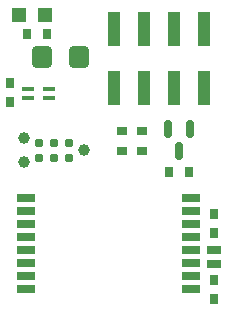
<source format=gbr>
%TF.GenerationSoftware,KiCad,Pcbnew,(6.0.0)*%
%TF.CreationDate,2022-02-13T23:40:39+01:00*%
%TF.ProjectId,LoraTrigger,4c6f7261-5472-4696-9767-65722e6b6963,rev?*%
%TF.SameCoordinates,Original*%
%TF.FileFunction,Soldermask,Top*%
%TF.FilePolarity,Negative*%
%FSLAX46Y46*%
G04 Gerber Fmt 4.6, Leading zero omitted, Abs format (unit mm)*
G04 Created by KiCad (PCBNEW (6.0.0)) date 2022-02-13 23:40:39*
%MOMM*%
%LPD*%
G01*
G04 APERTURE LIST*
G04 Aperture macros list*
%AMRoundRect*
0 Rectangle with rounded corners*
0 $1 Rounding radius*
0 $2 $3 $4 $5 $6 $7 $8 $9 X,Y pos of 4 corners*
0 Add a 4 corners polygon primitive as box body*
4,1,4,$2,$3,$4,$5,$6,$7,$8,$9,$2,$3,0*
0 Add four circle primitives for the rounded corners*
1,1,$1+$1,$2,$3*
1,1,$1+$1,$4,$5*
1,1,$1+$1,$6,$7*
1,1,$1+$1,$8,$9*
0 Add four rect primitives between the rounded corners*
20,1,$1+$1,$2,$3,$4,$5,0*
20,1,$1+$1,$4,$5,$6,$7,0*
20,1,$1+$1,$6,$7,$8,$9,0*
20,1,$1+$1,$8,$9,$2,$3,0*%
G04 Aperture macros list end*
%ADD10RoundRect,0.320754X0.529246X0.579246X-0.529246X0.579246X-0.529246X-0.579246X0.529246X-0.579246X0*%
%ADD11R,1.498600X0.698500*%
%ADD12RoundRect,0.150000X-0.150000X0.587500X-0.150000X-0.587500X0.150000X-0.587500X0.150000X0.587500X0*%
%ADD13R,1.200000X1.200000*%
%ADD14R,0.700000X0.900000*%
%ADD15R,0.900000X0.700000*%
%ADD16R,0.750000X0.900000*%
%ADD17R,1.000000X3.000000*%
%ADD18C,0.985520*%
%ADD19C,0.988060*%
%ADD20C,0.784860*%
%ADD21R,1.100000X0.300000*%
%ADD22R,1.200000X0.800000*%
G04 APERTURE END LIST*
D10*
X105762500Y-60400000D03*
X102637500Y-60400000D03*
D11*
X115242760Y-80054490D03*
X115242760Y-78954670D03*
X115242760Y-77854850D03*
X115242760Y-76755030D03*
X115242760Y-75655210D03*
X115242760Y-74555390D03*
X115242760Y-73455570D03*
X115242760Y-72355750D03*
X101244820Y-72355750D03*
X101244820Y-73455570D03*
X101244820Y-74555390D03*
X101244820Y-75655210D03*
X101244820Y-76755030D03*
X101244820Y-77854850D03*
X101244820Y-78954670D03*
X101244820Y-80054490D03*
D12*
X115150000Y-66462500D03*
X113250000Y-66462500D03*
X114200000Y-68337500D03*
D13*
X100700000Y-56800000D03*
X102900000Y-56800000D03*
D14*
X103050000Y-58400000D03*
X101350000Y-58400000D03*
D15*
X111100000Y-68350000D03*
X111100000Y-66650000D03*
X109400000Y-68350000D03*
X109400000Y-66650000D03*
D16*
X117200000Y-79300000D03*
X117200000Y-80900000D03*
D14*
X115050000Y-70100000D03*
X113350000Y-70100000D03*
D17*
X108690000Y-57980000D03*
X108690000Y-63020000D03*
X111230000Y-57980000D03*
X111230000Y-63020000D03*
X113770000Y-57980000D03*
X113770000Y-63020000D03*
X116310000Y-57980000D03*
X116310000Y-63020000D03*
D18*
X101060000Y-69316000D03*
X101060000Y-67284000D03*
D19*
X106140000Y-68300000D03*
D20*
X104870000Y-67665000D03*
X104870000Y-68935000D03*
X103600000Y-67665000D03*
X103600000Y-68935000D03*
X102330000Y-67665000D03*
X102330000Y-68935000D03*
D21*
X103200000Y-63900000D03*
X103200000Y-63100000D03*
X101400000Y-63100000D03*
X101400000Y-63900000D03*
D16*
X117200000Y-75300000D03*
X117200000Y-73700000D03*
D22*
X117200000Y-76700000D03*
X117200000Y-77900000D03*
D16*
X99900000Y-62600000D03*
X99900000Y-64200000D03*
M02*

</source>
